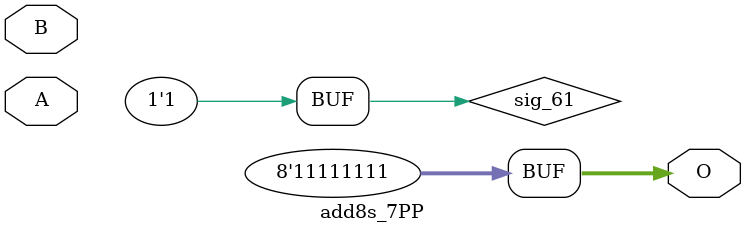
<source format=v>
/***
* This code is a part of EvoApproxLib library (ehw.fit.vutbr.cz/approxlib) distributed under The MIT License.
* When used, please cite the following article(s):  
* This file contains a circuit from a sub-set of pareto optimal circuits with respect to the pwr and wce parameters
***/
// MAE% = 11.11 %
// MAE = 57 
// WCE% = 25.00 %
// WCE = 128 
// WCRE% = 200.00 %
// EP% = 99.48 %
// MRE% = 99.98 %
// MSE = 4551 
// PDK45_PWR = 0.000 mW
// PDK45_AREA = 0.0 um2
// PDK45_DELAY = 0.00 ns

module add8s_7PP (
    A,
    B,
    O
);

input [7:0] A;
input [7:0] B;
output [7:0] O;

wire sig_24,sig_61;

assign sig_24 = ~A[1];
assign sig_61 = ~(sig_24 & A[1]);

assign O[7] = sig_61;
assign O[6] = sig_61;
assign O[5] = sig_61;
assign O[4] = sig_61;
assign O[3] = sig_61;
assign O[2] = sig_61;
assign O[1] = sig_61;
assign O[0] = sig_61;

endmodule



</source>
